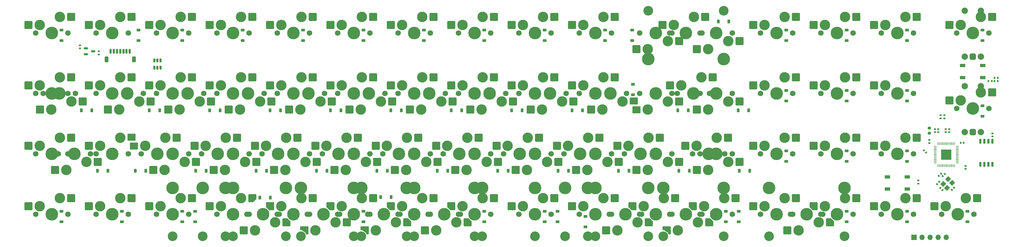
<source format=gbs>
G04 #@! TF.GenerationSoftware,KiCad,Pcbnew,8.0.4-1.fc39*
G04 #@! TF.CreationDate,2024-09-17T18:41:10-04:00*
G04 #@! TF.ProjectId,Q9-Chimera,51392d43-6869-46d6-9572-612e6b696361,rev?*
G04 #@! TF.SameCoordinates,Original*
G04 #@! TF.FileFunction,Soldermask,Bot*
G04 #@! TF.FilePolarity,Negative*
%FSLAX46Y46*%
G04 Gerber Fmt 4.6, Leading zero omitted, Abs format (unit mm)*
G04 Created by KiCad (PCBNEW 8.0.4-1.fc39) date 2024-09-17 18:41:10*
%MOMM*%
%LPD*%
G01*
G04 APERTURE LIST*
G04 Aperture macros list*
%AMRoundRect*
0 Rectangle with rounded corners*
0 $1 Rounding radius*
0 $2 $3 $4 $5 $6 $7 $8 $9 X,Y pos of 4 corners*
0 Add a 4 corners polygon primitive as box body*
4,1,4,$2,$3,$4,$5,$6,$7,$8,$9,$2,$3,0*
0 Add four circle primitives for the rounded corners*
1,1,$1+$1,$2,$3*
1,1,$1+$1,$4,$5*
1,1,$1+$1,$6,$7*
1,1,$1+$1,$8,$9*
0 Add four rect primitives between the rounded corners*
20,1,$1+$1,$2,$3,$4,$5,0*
20,1,$1+$1,$4,$5,$6,$7,0*
20,1,$1+$1,$6,$7,$8,$9,0*
20,1,$1+$1,$8,$9,$2,$3,0*%
%AMRotRect*
0 Rectangle, with rotation*
0 The origin of the aperture is its center*
0 $1 length*
0 $2 width*
0 $3 Rotation angle, in degrees counterclockwise*
0 Add horizontal line*
21,1,$1,$2,0,0,$3*%
%AMOutline5P*
0 Free polygon, 5 corners , with rotation*
0 The origin of the aperture is its center*
0 number of corners: always 5*
0 $1 to $10 corner X, Y*
0 $11 Rotation angle, in degrees counterclockwise*
0 create outline with 5 corners*
4,1,5,$1,$2,$3,$4,$5,$6,$7,$8,$9,$10,$1,$2,$11*%
%AMOutline6P*
0 Free polygon, 6 corners , with rotation*
0 The origin of the aperture is its center*
0 number of corners: always 6*
0 $1 to $12 corner X, Y*
0 $13 Rotation angle, in degrees counterclockwise*
0 create outline with 6 corners*
4,1,6,$1,$2,$3,$4,$5,$6,$7,$8,$9,$10,$11,$12,$1,$2,$13*%
%AMOutline7P*
0 Free polygon, 7 corners , with rotation*
0 The origin of the aperture is its center*
0 number of corners: always 7*
0 $1 to $14 corner X, Y*
0 $15 Rotation angle, in degrees counterclockwise*
0 create outline with 7 corners*
4,1,7,$1,$2,$3,$4,$5,$6,$7,$8,$9,$10,$11,$12,$13,$14,$1,$2,$15*%
%AMOutline8P*
0 Free polygon, 8 corners , with rotation*
0 The origin of the aperture is its center*
0 number of corners: always 8*
0 $1 to $16 corner X, Y*
0 $17 Rotation angle, in degrees counterclockwise*
0 create outline with 8 corners*
4,1,8,$1,$2,$3,$4,$5,$6,$7,$8,$9,$10,$11,$12,$13,$14,$15,$16,$1,$2,$17*%
%AMFreePoly0*
4,1,18,-1.275000,1.000000,-1.255970,1.095671,-1.201777,1.176777,-1.120671,1.230970,-1.025000,1.250000,0.275000,1.250000,1.275000,0.250000,1.275000,-1.000000,1.255970,-1.095671,1.201777,-1.176777,1.120671,-1.230970,1.025000,-1.250000,-1.025000,-1.250000,-1.120671,-1.230970,-1.201777,-1.176777,-1.255970,-1.095671,-1.275000,-1.000000,-1.275000,1.000000,-1.275000,1.000000,$1*%
%AMFreePoly1*
4,1,15,-1.250000,0.000000,-0.500000,0.750000,0.500000,0.750000,1.250000,0.000000,1.250000,-0.600000,1.238582,-0.657403,1.206066,-0.706065,1.157403,-0.738582,1.100000,-0.750000,-1.100000,-0.750000,-1.157403,-0.738582,-1.206066,-0.706066,-1.238582,-0.657403,-1.250000,-0.600000,-1.250000,0.000000,-1.250000,0.000000,$1*%
%AMFreePoly2*
4,1,18,-1.275000,0.250000,-0.275000,1.250000,1.025000,1.250000,1.120671,1.230970,1.201777,1.176777,1.255970,1.095671,1.275000,1.000000,1.275000,-1.000000,1.255970,-1.095671,1.201777,-1.176777,1.120671,-1.230970,1.025000,-1.250000,-1.025000,-1.250000,-1.120671,-1.230970,-1.201777,-1.176777,-1.255970,-1.095671,-1.275000,-1.000000,-1.275000,0.250000,-1.275000,0.250000,$1*%
G04 Aperture macros list end*
%ADD10C,2.000000*%
%ADD11RoundRect,0.500000X0.500000X-0.500000X0.500000X0.500000X-0.500000X0.500000X-0.500000X-0.500000X0*%
%ADD12RoundRect,0.140000X0.170000X-0.140000X0.170000X0.140000X-0.170000X0.140000X-0.170000X-0.140000X0*%
%ADD13C,1.750000*%
%ADD14C,3.987800*%
%ADD15C,3.300000*%
%ADD16RoundRect,0.250000X1.025000X1.000000X-1.025000X1.000000X-1.025000X-1.000000X1.025000X-1.000000X0*%
%ADD17RoundRect,0.225000X0.375000X-0.225000X0.375000X0.225000X-0.375000X0.225000X-0.375000X-0.225000X0*%
%ADD18RoundRect,0.150000X-0.150000X0.475000X-0.150000X-0.475000X0.150000X-0.475000X0.150000X0.475000X0*%
%ADD19RoundRect,0.225000X0.225000X0.375000X-0.225000X0.375000X-0.225000X-0.375000X0.225000X-0.375000X0*%
%ADD20RoundRect,0.225000X-0.375000X0.225000X-0.375000X-0.225000X0.375000X-0.225000X0.375000X0.225000X0*%
%ADD21RoundRect,0.250000X-1.025000X-1.000000X1.025000X-1.000000X1.025000X1.000000X-1.025000X1.000000X0*%
%ADD22RoundRect,0.140000X-0.170000X0.140000X-0.170000X-0.140000X0.170000X-0.140000X0.170000X0.140000X0*%
%ADD23RoundRect,0.135000X-0.135000X-0.185000X0.135000X-0.185000X0.135000X0.185000X-0.135000X0.185000X0*%
%ADD24Outline5P,-1.275000X1.250000X0.275000X1.250000X1.275000X0.250000X1.275000X-1.250000X-1.275000X-1.250000X180.000000*%
%ADD25RoundRect,0.135000X-0.185000X0.135000X-0.185000X-0.135000X0.185000X-0.135000X0.185000X0.135000X0*%
%ADD26RoundRect,0.140000X0.021213X-0.219203X0.219203X-0.021213X-0.021213X0.219203X-0.219203X0.021213X0*%
%ADD27RoundRect,0.140000X-0.140000X-0.170000X0.140000X-0.170000X0.140000X0.170000X-0.140000X0.170000X0*%
%ADD28C,3.048000*%
%ADD29RoundRect,0.225000X-0.225000X-0.375000X0.225000X-0.375000X0.225000X0.375000X-0.225000X0.375000X0*%
%ADD30FreePoly0,0.000000*%
%ADD31RoundRect,0.125000X-1.150000X-0.500000X1.150000X-0.500000X1.150000X0.500000X-1.150000X0.500000X0*%
%ADD32FreePoly1,325.000000*%
%ADD33RoundRect,0.078500X-0.314000X-1.171500X0.314000X-1.171500X0.314000X1.171500X-0.314000X1.171500X0*%
%ADD34R,1.700000X1.000000*%
%ADD35FreePoly2,180.000000*%
%ADD36RoundRect,0.050000X0.387500X0.050000X-0.387500X0.050000X-0.387500X-0.050000X0.387500X-0.050000X0*%
%ADD37RoundRect,0.050000X0.050000X0.387500X-0.050000X0.387500X-0.050000X-0.387500X0.050000X-0.387500X0*%
%ADD38R,3.200000X3.200000*%
%ADD39RoundRect,0.150000X-0.512500X-0.150000X0.512500X-0.150000X0.512500X0.150000X-0.512500X0.150000X0*%
%ADD40RoundRect,0.150000X-0.150000X-0.625000X0.150000X-0.625000X0.150000X0.625000X-0.150000X0.625000X0*%
%ADD41RoundRect,0.250000X-0.350000X-0.650000X0.350000X-0.650000X0.350000X0.650000X-0.350000X0.650000X0*%
%ADD42RoundRect,0.140000X-0.021213X0.219203X-0.219203X0.021213X0.021213X-0.219203X0.219203X-0.021213X0*%
%ADD43RoundRect,0.226000X1.041500X0.904000X-1.041500X0.904000X-1.041500X-0.904000X1.041500X-0.904000X0*%
%ADD44RoundRect,0.228000X-1.047000X-0.912000X1.047000X-0.912000X1.047000X0.912000X-1.047000X0.912000X0*%
%ADD45RoundRect,0.225000X0.250000X-0.225000X0.250000X0.225000X-0.250000X0.225000X-0.250000X-0.225000X0*%
%ADD46RotRect,1.400000X1.200000X45.000000*%
%ADD47RoundRect,0.226000X-1.041500X-0.904000X1.041500X-0.904000X1.041500X0.904000X-1.041500X0.904000X0*%
%ADD48FreePoly0,180.000000*%
%ADD49RoundRect,0.150000X0.150000X-0.650000X0.150000X0.650000X-0.150000X0.650000X-0.150000X-0.650000X0*%
%ADD50RoundRect,0.140000X0.219203X0.021213X0.021213X0.219203X-0.219203X-0.021213X-0.021213X-0.219203X0*%
%ADD51RoundRect,0.228000X1.047000X0.912000X-1.047000X0.912000X-1.047000X-0.912000X1.047000X-0.912000X0*%
%ADD52R,1.700000X1.700000*%
%ADD53O,1.700000X1.700000*%
%ADD54RoundRect,0.135000X0.035355X-0.226274X0.226274X-0.035355X-0.035355X0.226274X-0.226274X0.035355X0*%
G04 APERTURE END LIST*
D10*
G04 #@! TO.C,SW2*
X313412500Y-56712500D03*
X318412500Y-56712500D03*
D11*
X315912500Y-56712500D03*
D10*
X318412500Y-42212500D03*
X313412500Y-42212500D03*
G04 #@! TD*
G04 #@! TO.C,SW1*
X313412500Y-32900000D03*
X318412500Y-32900000D03*
D11*
X315912500Y-32900000D03*
D10*
X318412500Y-18400000D03*
X313412500Y-18400000D03*
G04 #@! TD*
D12*
G04 #@! TO.C,C2*
X34329672Y-30259361D03*
X34329672Y-29299361D03*
G04 #@! TD*
D13*
G04 #@! TO.C,MX9*
X182880000Y-25400000D03*
D14*
X177800000Y-25400000D03*
D13*
X172720000Y-25400000D03*
D15*
X173990000Y-22860000D03*
D16*
X170440000Y-22860000D03*
X183890000Y-20320000D03*
D15*
X180340000Y-20320000D03*
G04 #@! TD*
D17*
G04 #@! TO.C,D6*
X123731928Y-27843750D03*
X123731928Y-24543750D03*
G04 #@! TD*
G04 #@! TO.C,D56*
X161831896Y-84993750D03*
X161831896Y-81693750D03*
G04 #@! TD*
D18*
G04 #@! TO.C,U2*
X57787464Y-34047640D03*
X58737464Y-34047641D03*
X59687464Y-34047640D03*
X59687464Y-36397640D03*
X58737464Y-36397639D03*
X57787464Y-36397640D03*
G04 #@! TD*
D19*
G04 #@! TO.C,D43*
X226479512Y-68857768D03*
X223179512Y-68857768D03*
G04 #@! TD*
D13*
G04 #@! TO.C,MX20*
X87630000Y-44450000D03*
D14*
X82550000Y-44450000D03*
D13*
X77470000Y-44450000D03*
D15*
X78740000Y-41910000D03*
D16*
X75190000Y-41910000D03*
X88640000Y-39370000D03*
D15*
X85090000Y-39370000D03*
G04 #@! TD*
D13*
G04 #@! TO.C,MX90*
X237648568Y-63500000D03*
D14*
X232568568Y-63500000D03*
D13*
X227488568Y-63500000D03*
D15*
X228758568Y-60960000D03*
D16*
X225208568Y-60960000D03*
X238658568Y-58420000D03*
D15*
X235108568Y-58420000D03*
G04 #@! TD*
D17*
G04 #@! TO.C,D1*
X28482008Y-27843750D03*
X28482008Y-24543750D03*
G04 #@! TD*
G04 #@! TO.C,D3*
X66581976Y-27843750D03*
X66581976Y-24543750D03*
G04 #@! TD*
D19*
G04 #@! TO.C,D17*
X38063264Y-49807784D03*
X34763264Y-49807784D03*
G04 #@! TD*
D20*
G04 #@! TO.C,D11*
X208458432Y-24543750D03*
X208458432Y-27843750D03*
G04 #@! TD*
D17*
G04 #@! TO.C,D45*
X257081816Y-65943750D03*
X257081816Y-62643750D03*
G04 #@! TD*
D13*
G04 #@! TO.C,MX49*
X49530000Y-82550000D03*
D14*
X44450000Y-82550000D03*
D13*
X39370000Y-82550000D03*
D15*
X40640000Y-80010000D03*
D16*
X37090000Y-80010000D03*
X50540000Y-77470000D03*
D15*
X46990000Y-77470000D03*
G04 #@! TD*
D13*
G04 #@! TO.C,MX36*
X77470000Y-63500000D03*
D14*
X82550000Y-63500000D03*
D13*
X87630000Y-63500000D03*
D15*
X86360000Y-66040000D03*
D21*
X89910000Y-66040000D03*
X76460000Y-68580000D03*
D15*
X80010000Y-68580000D03*
G04 #@! TD*
D17*
G04 #@! TO.C,D64*
X295181784Y-84993750D03*
X295181784Y-81693750D03*
G04 #@! TD*
G04 #@! TO.C,D65*
X314231768Y-84993750D03*
X314231768Y-81693750D03*
G04 #@! TD*
D22*
G04 #@! TO.C,C1*
X40233420Y-31209360D03*
X40233420Y-32169360D03*
G04 #@! TD*
D13*
G04 #@! TO.C,MX16*
X320992500Y-25400000D03*
D14*
X315912500Y-25400000D03*
D13*
X310832500Y-25400000D03*
D15*
X312102500Y-22860000D03*
D16*
X308552500Y-22860000D03*
X322002500Y-20320000D03*
D15*
X318452500Y-20320000D03*
G04 #@! TD*
D19*
G04 #@! TO.C,D27*
X226181856Y-49807784D03*
X222881856Y-49807784D03*
G04 #@! TD*
D17*
G04 #@! TO.C,D59*
X193724460Y-86581256D03*
X193724460Y-83281256D03*
G04 #@! TD*
D13*
G04 #@! TO.C,MX5*
X106680000Y-25400000D03*
D14*
X101600000Y-25400000D03*
D13*
X96520000Y-25400000D03*
D15*
X97790000Y-22860000D03*
D16*
X94240000Y-22860000D03*
X107690000Y-20320000D03*
D15*
X104140000Y-20320000D03*
G04 #@! TD*
D23*
G04 #@! TO.C,R4*
X322800276Y-40574184D03*
X323820276Y-40574184D03*
G04 #@! TD*
D13*
G04 #@! TO.C,MX37*
X96520000Y-63500000D03*
D14*
X101600000Y-63500000D03*
D13*
X106680000Y-63500000D03*
D15*
X105410000Y-66040000D03*
D21*
X108960000Y-66040000D03*
X95510000Y-68580000D03*
D15*
X99060000Y-68580000D03*
G04 #@! TD*
D19*
G04 #@! TO.C,D44*
X245529496Y-68857768D03*
X242229496Y-68857768D03*
G04 #@! TD*
D17*
G04 #@! TO.C,D51*
X70643750Y-84993750D03*
X70643750Y-81693750D03*
G04 #@! TD*
D19*
G04 #@! TO.C,D22*
X135694432Y-49807784D03*
X132394432Y-49807784D03*
G04 #@! TD*
D13*
G04 #@! TO.C,MX82*
X82867448Y-63500000D03*
D14*
X77787448Y-63500000D03*
D13*
X72707448Y-63500000D03*
D15*
X73977448Y-60960000D03*
D16*
X70427448Y-60960000D03*
X83877448Y-58420000D03*
D15*
X80327448Y-58420000D03*
G04 #@! TD*
D13*
G04 #@! TO.C,MX44*
X229870000Y-63500000D03*
D14*
X234950000Y-63500000D03*
D13*
X240030000Y-63500000D03*
D15*
X238760000Y-66040000D03*
D21*
X242310000Y-66040000D03*
X228860000Y-68580000D03*
D15*
X232410000Y-68580000D03*
G04 #@! TD*
D13*
G04 #@! TO.C,MX30*
X278130000Y-44450000D03*
D14*
X273050000Y-44450000D03*
D13*
X267970000Y-44450000D03*
D15*
X269240000Y-41910000D03*
D16*
X265690000Y-41910000D03*
X279140000Y-39370000D03*
D15*
X275590000Y-39370000D03*
G04 #@! TD*
D13*
G04 #@! TO.C,MX52*
X106680000Y-82550000D03*
D14*
X101600000Y-82550000D03*
D13*
X96520000Y-82550000D03*
D15*
X97790000Y-80010000D03*
D24*
X94240000Y-80010000D03*
D16*
X107690000Y-77470000D03*
D15*
X104140000Y-77470000D03*
G04 #@! TD*
D25*
G04 #@! TO.C,R8*
X305748572Y-51375112D03*
X305748572Y-52395112D03*
G04 #@! TD*
D17*
G04 #@! TO.C,D13*
X257081816Y-27843750D03*
X257081816Y-24543750D03*
G04 #@! TD*
D13*
G04 #@! TO.C,MX50*
X68580000Y-82550000D03*
D14*
X63500000Y-82550000D03*
D13*
X58420000Y-82550000D03*
D15*
X59690000Y-80010000D03*
D16*
X56140000Y-80010000D03*
X69590000Y-77470000D03*
D15*
X66040000Y-77470000D03*
G04 #@! TD*
D17*
G04 #@! TO.C,D15*
X295181784Y-27843750D03*
X295181784Y-24543750D03*
G04 #@! TD*
D26*
G04 #@! TO.C,C10*
X309278689Y-74846379D03*
X309957511Y-74167557D03*
G04 #@! TD*
D17*
G04 #@! TO.C,D31*
X295181784Y-46893750D03*
X295181784Y-43593750D03*
G04 #@! TD*
D13*
G04 #@! TO.C,MX83*
X101917432Y-63500000D03*
D14*
X96837432Y-63500000D03*
D13*
X91757432Y-63500000D03*
D15*
X93027432Y-60960000D03*
D16*
X89477432Y-60960000D03*
X102927432Y-58420000D03*
D15*
X99377432Y-58420000D03*
G04 #@! TD*
D13*
G04 #@! TO.C,MX74*
X120332408Y-44450000D03*
D14*
X125412408Y-44450000D03*
D13*
X130492408Y-44450000D03*
D15*
X129222408Y-46990000D03*
D21*
X132772408Y-46990000D03*
X119322408Y-49530000D03*
D15*
X122872408Y-49530000D03*
G04 #@! TD*
D19*
G04 #@! TO.C,D41*
X188379544Y-68857768D03*
X185079544Y-68857768D03*
G04 #@! TD*
D13*
G04 #@! TO.C,MX47*
X297180000Y-63500000D03*
D14*
X292100000Y-63500000D03*
D13*
X287020000Y-63500000D03*
D15*
X288290000Y-60960000D03*
D16*
X284740000Y-60960000D03*
X298190000Y-58420000D03*
D15*
X294640000Y-58420000D03*
G04 #@! TD*
D25*
G04 #@! TO.C,R7*
X306939196Y-51375112D03*
X306939196Y-52395112D03*
G04 #@! TD*
D17*
G04 #@! TO.C,D62*
X242093560Y-84993750D03*
X242093560Y-81693750D03*
G04 #@! TD*
D27*
G04 #@! TO.C,C7*
X312114660Y-60070652D03*
X313074660Y-60070652D03*
G04 #@! TD*
D13*
G04 #@! TO.C,MX73*
X101282424Y-44450000D03*
D14*
X106362424Y-44450000D03*
D13*
X111442424Y-44450000D03*
D15*
X110172424Y-46990000D03*
D21*
X113722424Y-46990000D03*
X100272424Y-49530000D03*
D15*
X103822424Y-49530000D03*
G04 #@! TD*
D17*
G04 #@! TO.C,D29*
X257081816Y-46893750D03*
X257081816Y-43593750D03*
G04 #@! TD*
D13*
G04 #@! TO.C,MX1*
X30480000Y-25400000D03*
D14*
X25400000Y-25400000D03*
D13*
X20320000Y-25400000D03*
D15*
X21590000Y-22860000D03*
D16*
X18040000Y-22860000D03*
X31490000Y-20320000D03*
D15*
X27940000Y-20320000D03*
G04 #@! TD*
D19*
G04 #@! TO.C,D19*
X78544480Y-49807784D03*
X75244480Y-49807784D03*
G04 #@! TD*
D13*
G04 #@! TO.C,MX65*
X316230000Y-82550000D03*
D14*
X311150000Y-82550000D03*
D13*
X306070000Y-82550000D03*
D15*
X307340000Y-80010000D03*
D16*
X303790000Y-80010000D03*
X317240000Y-77470000D03*
D15*
X313690000Y-77470000D03*
G04 #@! TD*
D17*
G04 #@! TO.C,D30*
X276131800Y-46893750D03*
X276131800Y-43593750D03*
G04 #@! TD*
D22*
G04 #@! TO.C,C8*
X313636456Y-67329708D03*
X313636456Y-68289708D03*
G04 #@! TD*
D14*
G04 #@! TO.C,S2*
X137318750Y-74295000D03*
D28*
X137318750Y-89535000D03*
D14*
X161131250Y-74295000D03*
D28*
X161131250Y-89535000D03*
G04 #@! TD*
D19*
G04 #@! TO.C,D12*
X238981064Y-21828120D03*
X235681064Y-21828120D03*
G04 #@! TD*
D13*
G04 #@! TO.C,MX84*
X120967416Y-63500000D03*
D14*
X115887416Y-63500000D03*
D13*
X110807416Y-63500000D03*
D15*
X112077416Y-60960000D03*
D16*
X108527416Y-60960000D03*
X121977416Y-58420000D03*
D15*
X118427416Y-58420000D03*
G04 #@! TD*
D12*
G04 #@! TO.C,C3*
X305004432Y-56681124D03*
X305004432Y-55721124D03*
G04 #@! TD*
D17*
G04 #@! TO.C,D7*
X142781912Y-27843750D03*
X142781912Y-24543750D03*
G04 #@! TD*
D13*
G04 #@! TO.C,MX28*
X229870000Y-44450000D03*
D14*
X234950000Y-44450000D03*
D13*
X240030000Y-44450000D03*
D15*
X238760000Y-46990000D03*
D21*
X242310000Y-46990000D03*
X228860000Y-49530000D03*
D15*
X232410000Y-49530000D03*
G04 #@! TD*
D29*
G04 #@! TO.C,D55*
X129120409Y-77192175D03*
X132420409Y-77192175D03*
G04 #@! TD*
D13*
G04 #@! TO.C,MX67*
X258444792Y-82550000D03*
D14*
X263524792Y-82550000D03*
D13*
X268604792Y-82550000D03*
D15*
X267334792Y-85090000D03*
D30*
X270884792Y-85090000D03*
D21*
X257434792Y-87630000D03*
D15*
X260984792Y-87630000D03*
G04 #@! TD*
D13*
G04 #@! TO.C,MX71*
X63182456Y-44450000D03*
D14*
X68262456Y-44450000D03*
D13*
X73342456Y-44450000D03*
D15*
X72072456Y-46990000D03*
D21*
X75622456Y-46990000D03*
X62172456Y-49530000D03*
D15*
X65722456Y-49530000D03*
G04 #@! TD*
D14*
G04 #@! TO.C,S9*
X194468750Y-74295000D03*
D28*
X194468750Y-89535000D03*
D14*
X218281250Y-74295000D03*
D28*
X218281250Y-89535000D03*
G04 #@! TD*
D19*
G04 #@! TO.C,D38*
X131229592Y-68857768D03*
X127929592Y-68857768D03*
G04 #@! TD*
G04 #@! TO.C,D23*
X154744416Y-49807784D03*
X151444416Y-49807784D03*
G04 #@! TD*
G04 #@! TO.C,D18*
X59494496Y-49807784D03*
X56194496Y-49807784D03*
G04 #@! TD*
D13*
G04 #@! TO.C,MX95*
X125094905Y-82549992D03*
D14*
X130174904Y-82549992D03*
D13*
X135254903Y-82549992D03*
D15*
X133984904Y-85089992D03*
D30*
X137534904Y-85089992D03*
D31*
X124084904Y-87004992D03*
D32*
X124324904Y-87449992D03*
D33*
X124967404Y-87629992D03*
D15*
X127634904Y-87629992D03*
G04 #@! TD*
D23*
G04 #@! TO.C,R6*
X322800276Y-39532388D03*
X323820276Y-39532388D03*
G04 #@! TD*
D13*
G04 #@! TO.C,MX80*
X27463737Y-63500000D03*
D14*
X32543736Y-63500000D03*
D13*
X37623735Y-63500000D03*
D21*
X26453736Y-68580000D03*
D15*
X30003736Y-68580000D03*
X36353736Y-66040000D03*
D21*
X39903736Y-66040000D03*
G04 #@! TD*
D13*
G04 #@! TO.C,MX19*
X68580000Y-44450000D03*
D14*
X63500000Y-44450000D03*
D13*
X58420000Y-44450000D03*
D15*
X59690000Y-41910000D03*
D16*
X56140000Y-41910000D03*
X69590000Y-39370000D03*
D15*
X66040000Y-39370000D03*
G04 #@! TD*
D34*
G04 #@! TO.C,RST1*
X295250000Y-70821032D03*
X288950000Y-70821032D03*
X295250000Y-74621032D03*
X288950000Y-74621032D03*
G04 #@! TD*
D13*
G04 #@! TO.C,MX51*
X87630000Y-82550000D03*
D14*
X82550000Y-82550000D03*
D13*
X77470000Y-82550000D03*
D15*
X78740000Y-80010000D03*
D16*
X75190000Y-80010000D03*
D35*
X88640000Y-77470000D03*
D15*
X85090000Y-77470000D03*
G04 #@! TD*
D14*
G04 #@! TO.C,S5*
X82550000Y-74295000D03*
D28*
X82550000Y-89535000D03*
D14*
X120650000Y-74295000D03*
D28*
X120650000Y-89535000D03*
G04 #@! TD*
D36*
G04 #@! TO.C,U3*
X310972008Y-61191352D03*
X310972008Y-61591352D03*
X310972008Y-61991352D03*
X310972008Y-62391352D03*
X310972008Y-62791352D03*
X310972008Y-63191352D03*
X310972008Y-63591352D03*
X310972008Y-63991352D03*
X310972008Y-64391352D03*
X310972008Y-64791352D03*
X310972008Y-65191352D03*
X310972008Y-65591352D03*
X310972008Y-65991352D03*
X310972008Y-66391352D03*
D37*
X310134508Y-67228852D03*
X309734508Y-67228852D03*
X309334508Y-67228852D03*
X308934508Y-67228852D03*
X308534508Y-67228852D03*
X308134508Y-67228852D03*
X307734508Y-67228852D03*
X307334508Y-67228852D03*
X306934508Y-67228852D03*
X306534508Y-67228852D03*
X306134508Y-67228852D03*
X305734508Y-67228852D03*
X305334508Y-67228852D03*
X304934508Y-67228852D03*
D36*
X304097008Y-66391352D03*
X304097008Y-65991352D03*
X304097008Y-65591352D03*
X304097008Y-65191352D03*
X304097008Y-64791352D03*
X304097008Y-64391352D03*
X304097008Y-63991352D03*
X304097008Y-63591352D03*
X304097008Y-63191352D03*
X304097008Y-62791352D03*
X304097008Y-62391352D03*
X304097008Y-61991352D03*
X304097008Y-61591352D03*
X304097008Y-61191352D03*
D37*
X304934508Y-60353852D03*
X305334508Y-60353852D03*
X305734508Y-60353852D03*
X306134508Y-60353852D03*
X306534508Y-60353852D03*
X306934508Y-60353852D03*
X307334508Y-60353852D03*
X307734508Y-60353852D03*
X308134508Y-60353852D03*
X308534508Y-60353852D03*
X308934508Y-60353852D03*
X309334508Y-60353852D03*
X309734508Y-60353852D03*
X310134508Y-60353852D03*
D38*
X307534508Y-63791352D03*
G04 #@! TD*
D19*
G04 #@! TO.C,D21*
X116644448Y-49807784D03*
X113344448Y-49807784D03*
G04 #@! TD*
D17*
G04 #@! TO.C,D49*
X47531992Y-84993750D03*
X47531992Y-81693750D03*
G04 #@! TD*
D14*
G04 #@! TO.C,S3*
X213518750Y-74295000D03*
D28*
X213518750Y-89535000D03*
D14*
X237331250Y-74295000D03*
D28*
X237331250Y-89535000D03*
G04 #@! TD*
D39*
G04 #@! TO.C,U1*
X36168732Y-32159359D03*
X36168732Y-30259361D03*
X38443732Y-31209360D03*
G04 #@! TD*
D13*
G04 #@! TO.C,MX69*
X22701241Y-44450000D03*
D14*
X27781240Y-44450000D03*
D13*
X32861239Y-44450000D03*
D21*
X21691240Y-49530000D03*
D15*
X25241240Y-49530000D03*
X31591240Y-46990000D03*
D21*
X35141240Y-46990000D03*
G04 #@! TD*
D13*
G04 #@! TO.C,MX92*
X201295000Y-82550000D03*
D14*
X206375000Y-82550000D03*
D13*
X211455000Y-82550000D03*
D15*
X210185000Y-85090000D03*
D30*
X213735000Y-85090000D03*
D21*
X200285000Y-87630000D03*
D15*
X203835000Y-87630000D03*
G04 #@! TD*
D13*
G04 #@! TO.C,MX35*
X58420000Y-63500000D03*
D14*
X63500000Y-63500000D03*
D13*
X68580000Y-63500000D03*
D15*
X67310000Y-66040000D03*
D21*
X70860000Y-66040000D03*
X57410000Y-68580000D03*
D15*
X60960000Y-68580000D03*
G04 #@! TD*
D28*
G04 #@! TO.C,S13*
X63499903Y-89534992D03*
D14*
X63499904Y-74294992D03*
X73024904Y-74294992D03*
D28*
X73024904Y-89534991D03*
D14*
X187324904Y-74294992D03*
D28*
X187324904Y-89534991D03*
D14*
X196849904Y-74294992D03*
D28*
X196849905Y-89534992D03*
G04 #@! TD*
D29*
G04 #@! TO.C,D52*
X91020248Y-77341028D03*
X94320248Y-77341028D03*
G04 #@! TD*
D13*
G04 #@! TO.C,MX31*
X297180000Y-44450000D03*
D14*
X292100000Y-44450000D03*
D13*
X287020000Y-44450000D03*
D15*
X288290000Y-41910000D03*
D16*
X284740000Y-41910000D03*
X298190000Y-39370000D03*
D15*
X294640000Y-39370000D03*
G04 #@! TD*
D17*
G04 #@! TO.C,D4*
X85631960Y-27843750D03*
X85631960Y-24543750D03*
G04 #@! TD*
D13*
G04 #@! TO.C,MX10*
X201930000Y-25400000D03*
D14*
X196850000Y-25400000D03*
D13*
X191770000Y-25400000D03*
D15*
X193040000Y-22860000D03*
D16*
X189490000Y-22860000D03*
X202940000Y-20320000D03*
D15*
X199390000Y-20320000D03*
G04 #@! TD*
D17*
G04 #@! TO.C,D50*
X66581976Y-84993750D03*
X66581976Y-81693750D03*
G04 #@! TD*
D13*
G04 #@! TO.C,MX12*
X229870000Y-25400000D03*
D14*
X234950000Y-25400000D03*
D13*
X240030000Y-25400000D03*
D15*
X238760000Y-27940000D03*
D21*
X242310000Y-27940000D03*
X228860000Y-30480000D03*
D15*
X232410000Y-30480000D03*
G04 #@! TD*
D13*
G04 #@! TO.C,MX77*
X177482360Y-44450000D03*
D14*
X182562360Y-44450000D03*
D13*
X187642360Y-44450000D03*
D15*
X186372360Y-46990000D03*
D21*
X189922360Y-46990000D03*
X176472360Y-49530000D03*
D15*
X180022360Y-49530000D03*
G04 #@! TD*
D13*
G04 #@! TO.C,MX23*
X144780000Y-44450000D03*
D14*
X139700000Y-44450000D03*
D13*
X134620000Y-44450000D03*
D15*
X135890000Y-41910000D03*
D16*
X132340000Y-41910000D03*
X145790000Y-39370000D03*
D15*
X142240000Y-39370000D03*
G04 #@! TD*
D13*
G04 #@! TO.C,MX17*
X30480000Y-44450000D03*
D14*
X25400000Y-44450000D03*
D13*
X20320000Y-44450000D03*
D15*
X21590000Y-41910000D03*
D16*
X18040000Y-41910000D03*
X31490000Y-39370000D03*
D15*
X27940000Y-39370000D03*
G04 #@! TD*
D14*
G04 #@! TO.C,S8*
X80168750Y-74295000D03*
D28*
X80168750Y-89535000D03*
D14*
X103981250Y-74295000D03*
D28*
X103981250Y-89535000D03*
G04 #@! TD*
D40*
G04 #@! TO.C,J1*
X43996064Y-31209360D03*
X44996064Y-31209360D03*
X45996064Y-31209360D03*
X46996064Y-31209360D03*
X47996064Y-31209360D03*
X48996064Y-31209360D03*
X49996064Y-31209360D03*
D41*
X42696064Y-33734360D03*
X51296064Y-33734360D03*
G04 #@! TD*
D13*
G04 #@! TO.C,MX24*
X163830000Y-44450000D03*
D14*
X158750000Y-44450000D03*
D13*
X153670000Y-44450000D03*
D15*
X154940000Y-41910000D03*
D16*
X151390000Y-41910000D03*
X164840000Y-39370000D03*
D15*
X161290000Y-39370000D03*
G04 #@! TD*
D17*
G04 #@! TO.C,D61*
X238031832Y-84993750D03*
X238031832Y-81693750D03*
G04 #@! TD*
D19*
G04 #@! TO.C,D35*
X74079640Y-68857768D03*
X70779640Y-68857768D03*
G04 #@! TD*
D13*
G04 #@! TO.C,MX75*
X139382392Y-44450000D03*
D14*
X144462392Y-44450000D03*
D13*
X149542392Y-44450000D03*
D15*
X148272392Y-46990000D03*
D21*
X151822392Y-46990000D03*
X138372392Y-49530000D03*
D15*
X141922392Y-49530000D03*
G04 #@! TD*
D42*
G04 #@! TO.C,C13*
X307072937Y-69896056D03*
X306394115Y-70574878D03*
G04 #@! TD*
D13*
G04 #@! TO.C,MX81*
X63817464Y-63500000D03*
D14*
X58737464Y-63500000D03*
D13*
X53657464Y-63500000D03*
D15*
X54927464Y-60960000D03*
D43*
X51369964Y-61080000D03*
D16*
X64827464Y-58420000D03*
D15*
X61277464Y-58420000D03*
G04 #@! TD*
D13*
G04 #@! TO.C,MX85*
X140017400Y-63500000D03*
D14*
X134937400Y-63500000D03*
D13*
X129857400Y-63500000D03*
D15*
X131127400Y-60960000D03*
D16*
X127577400Y-60960000D03*
X141027400Y-58420000D03*
D15*
X137477400Y-58420000D03*
G04 #@! TD*
D17*
G04 #@! TO.C,D32*
X318994264Y-51656250D03*
X318994264Y-48356250D03*
G04 #@! TD*
D13*
G04 #@! TO.C,MX27*
X210820000Y-44450000D03*
D14*
X215900000Y-44450000D03*
D13*
X220980000Y-44450000D03*
D15*
X219710000Y-46990000D03*
D21*
X223260000Y-46990000D03*
D44*
X209810000Y-49640000D03*
D15*
X213360000Y-49530000D03*
G04 #@! TD*
D13*
G04 #@! TO.C,MX26*
X201930000Y-44450000D03*
D14*
X196850000Y-44450000D03*
D13*
X191770000Y-44450000D03*
D15*
X193040000Y-41910000D03*
D16*
X189490000Y-41910000D03*
X202940000Y-39370000D03*
D15*
X199390000Y-39370000D03*
G04 #@! TD*
D17*
G04 #@! TO.C,D48*
X28482008Y-84993750D03*
X28482008Y-81693750D03*
G04 #@! TD*
D20*
G04 #@! TO.C,D26*
X208756088Y-41609352D03*
X208756088Y-44909352D03*
G04 #@! TD*
D14*
G04 #@! TO.C,S7*
X237331074Y-33654992D03*
D28*
X237331074Y-18414992D03*
D14*
X213518574Y-33654992D03*
D28*
X213518574Y-18414992D03*
G04 #@! TD*
D13*
G04 #@! TO.C,MX13*
X259080000Y-25400000D03*
D14*
X254000000Y-25400000D03*
D13*
X248920000Y-25400000D03*
D15*
X250190000Y-22860000D03*
D16*
X246640000Y-22860000D03*
X260090000Y-20320000D03*
D15*
X256540000Y-20320000D03*
G04 #@! TD*
D13*
G04 #@! TO.C,MX53*
X106045000Y-82550000D03*
D14*
X111125000Y-82550000D03*
D13*
X116205000Y-82550000D03*
D15*
X114935000Y-85090000D03*
D21*
X118485000Y-85090000D03*
D31*
X105035000Y-87005000D03*
D32*
X105275000Y-87450000D03*
D33*
X105917500Y-87630000D03*
D15*
X108585000Y-87630000D03*
G04 #@! TD*
D14*
G04 #@! TO.C,S4*
X251618542Y-74295000D03*
D28*
X251618542Y-89535000D03*
D14*
X275431042Y-74295000D03*
D28*
X275431042Y-89535000D03*
G04 #@! TD*
D45*
G04 #@! TO.C,C5*
X302220072Y-56976124D03*
X302220072Y-55426124D03*
G04 #@! TD*
D19*
G04 #@! TO.C,D39*
X150279576Y-68857768D03*
X146979576Y-68857768D03*
G04 #@! TD*
D46*
G04 #@! TO.C,Y1*
X306602134Y-73046637D03*
X308157769Y-71491002D03*
X309359850Y-72693083D03*
X307804215Y-74248718D03*
G04 #@! TD*
D12*
G04 #@! TO.C,C16*
X308427476Y-56681124D03*
X308427476Y-55721124D03*
G04 #@! TD*
D14*
G04 #@! TO.C,S6*
X120650000Y-74295000D03*
D28*
X120650000Y-89535000D03*
D14*
X158750000Y-74295000D03*
D28*
X158750000Y-89535000D03*
G04 #@! TD*
D13*
G04 #@! TO.C,MX62*
X259080000Y-82550000D03*
D14*
X254000000Y-82550000D03*
D13*
X248920000Y-82550000D03*
D15*
X250190000Y-80010000D03*
D16*
X246640000Y-80010000D03*
X260090000Y-77470000D03*
D15*
X256540000Y-77470000D03*
G04 #@! TD*
D13*
G04 #@! TO.C,MX78*
X196532344Y-44450000D03*
D14*
X201612344Y-44450000D03*
D13*
X206692344Y-44450000D03*
D15*
X205422344Y-46990000D03*
D47*
X208979844Y-46870000D03*
D21*
X195522344Y-49530000D03*
D15*
X199072344Y-49530000D03*
G04 #@! TD*
D13*
G04 #@! TO.C,MX4*
X87630000Y-25400000D03*
D14*
X82550000Y-25400000D03*
D13*
X77470000Y-25400000D03*
D15*
X78740000Y-22860000D03*
D16*
X75190000Y-22860000D03*
X88640000Y-20320000D03*
D15*
X85090000Y-20320000D03*
G04 #@! TD*
D13*
G04 #@! TO.C,MX61*
X240030000Y-82550000D03*
D14*
X234950000Y-82550000D03*
D13*
X229870000Y-82550000D03*
D15*
X231140000Y-80010000D03*
D48*
X227590000Y-80010000D03*
D16*
X241040000Y-77470000D03*
D15*
X237490000Y-77470000D03*
G04 #@! TD*
D17*
G04 #@! TO.C,D9*
X180881880Y-27843750D03*
X180881880Y-24543750D03*
G04 #@! TD*
D13*
G04 #@! TO.C,MX41*
X172720000Y-63500000D03*
D14*
X177800000Y-63500000D03*
D13*
X182880000Y-63500000D03*
D15*
X181610000Y-66040000D03*
D21*
X185160000Y-66040000D03*
X171710000Y-68580000D03*
D15*
X175260000Y-68580000D03*
G04 #@! TD*
D13*
G04 #@! TO.C,MX15*
X297180000Y-25400000D03*
D14*
X292100000Y-25400000D03*
D13*
X287020000Y-25400000D03*
D15*
X288290000Y-22860000D03*
D16*
X284740000Y-22860000D03*
X298190000Y-20320000D03*
D15*
X294640000Y-20320000D03*
G04 #@! TD*
D12*
G04 #@! TO.C,C11*
X322119652Y-58020576D03*
X322119652Y-57060576D03*
G04 #@! TD*
D13*
G04 #@! TO.C,MX57*
X182880000Y-82550000D03*
D14*
X177800000Y-82550000D03*
D13*
X172720000Y-82550000D03*
D15*
X173990000Y-80010000D03*
D16*
X170440000Y-80010000D03*
X183890000Y-77470000D03*
D15*
X180340000Y-77470000D03*
G04 #@! TD*
D17*
G04 #@! TO.C,D58*
X184943750Y-84993750D03*
X184943750Y-81693750D03*
G04 #@! TD*
D13*
G04 #@! TO.C,MX39*
X134620000Y-63500000D03*
D14*
X139700000Y-63500000D03*
D13*
X144780000Y-63500000D03*
D15*
X143510000Y-66040000D03*
D21*
X147060000Y-66040000D03*
X133610000Y-68580000D03*
D15*
X137160000Y-68580000D03*
G04 #@! TD*
D13*
G04 #@! TO.C,MX68*
X230504824Y-25399992D03*
D14*
X225424824Y-25399992D03*
D13*
X220344824Y-25399992D03*
D15*
X221614824Y-22859992D03*
D16*
X218064824Y-22859992D03*
X231514824Y-20319992D03*
D15*
X227964824Y-20319992D03*
G04 #@! TD*
D13*
G04 #@! TO.C,MX66*
X144145000Y-82550000D03*
D14*
X149225000Y-82550000D03*
D13*
X154305000Y-82550000D03*
D15*
X153035000Y-85090000D03*
D30*
X156585000Y-85090000D03*
D21*
X143135000Y-87630000D03*
D15*
X146685000Y-87630000D03*
G04 #@! TD*
D19*
G04 #@! TO.C,D37*
X112179608Y-68857768D03*
X108879608Y-68857768D03*
G04 #@! TD*
G04 #@! TO.C,D40*
X169329560Y-68857768D03*
X166029560Y-68857768D03*
G04 #@! TD*
D13*
G04 #@! TO.C,MX14*
X278130000Y-25400000D03*
D14*
X273050000Y-25400000D03*
D13*
X267970000Y-25400000D03*
D15*
X269240000Y-22860000D03*
D16*
X265690000Y-22860000D03*
X279140000Y-20320000D03*
D15*
X275590000Y-20320000D03*
G04 #@! TD*
D23*
G04 #@! TO.C,R3*
X320865512Y-40574184D03*
X321885512Y-40574184D03*
G04 #@! TD*
D13*
G04 #@! TO.C,MX88*
X197167352Y-63500000D03*
D14*
X192087352Y-63500000D03*
D13*
X187007352Y-63500000D03*
D15*
X188277352Y-60960000D03*
D16*
X184727352Y-60960000D03*
X198177352Y-58420000D03*
D15*
X194627352Y-58420000D03*
G04 #@! TD*
D13*
G04 #@! TO.C,MX40*
X153670000Y-63500000D03*
D14*
X158750000Y-63500000D03*
D13*
X163830000Y-63500000D03*
D15*
X162560000Y-66040000D03*
D21*
X166110000Y-66040000D03*
X152660000Y-68580000D03*
D15*
X156210000Y-68580000D03*
G04 #@! TD*
D13*
G04 #@! TO.C,MX11*
X210820000Y-25400000D03*
D14*
X215900000Y-25400000D03*
D13*
X220980000Y-25400000D03*
D15*
X219710000Y-27940000D03*
D21*
X223260000Y-27940000D03*
X209810000Y-30480000D03*
D15*
X213360000Y-30480000D03*
G04 #@! TD*
D13*
G04 #@! TO.C,MX89*
X216217336Y-63500000D03*
D14*
X211137336Y-63500000D03*
D13*
X206057336Y-63500000D03*
D15*
X207327336Y-60960000D03*
D16*
X203777336Y-60960000D03*
X217227336Y-58420000D03*
D15*
X213677336Y-58420000D03*
G04 #@! TD*
D49*
G04 #@! TO.C,U4*
X322089888Y-66796040D03*
X320819888Y-66796040D03*
X319549888Y-66796040D03*
X318279888Y-66796040D03*
X318279888Y-59596040D03*
X319549888Y-59596040D03*
X320819888Y-59596040D03*
X322089888Y-59596040D03*
G04 #@! TD*
D13*
G04 #@! TO.C,MX48*
X30480000Y-82550000D03*
D14*
X25400000Y-82550000D03*
D13*
X20320000Y-82550000D03*
D15*
X21590000Y-80010000D03*
D16*
X18040000Y-80010000D03*
X31490000Y-77470000D03*
D15*
X27940000Y-77470000D03*
G04 #@! TD*
D13*
G04 #@! TO.C,MX54*
X125730000Y-82550000D03*
D14*
X120650000Y-82550000D03*
D13*
X115570000Y-82550000D03*
D15*
X116840000Y-80010000D03*
D48*
X113290000Y-80010000D03*
D16*
X126740000Y-77470000D03*
D15*
X123190000Y-77470000D03*
G04 #@! TD*
D19*
G04 #@! TO.C,D42*
X207429528Y-68857768D03*
X204129528Y-68857768D03*
G04 #@! TD*
D17*
G04 #@! TO.C,D14*
X276131800Y-27843750D03*
X276131800Y-24543750D03*
G04 #@! TD*
D13*
G04 #@! TO.C,MX70*
X44132472Y-44450000D03*
D14*
X49212472Y-44450000D03*
D13*
X54292472Y-44450000D03*
D15*
X53022472Y-46990000D03*
D21*
X56572472Y-46990000D03*
X43122472Y-49530000D03*
D15*
X46672472Y-49530000D03*
G04 #@! TD*
D13*
G04 #@! TO.C,MX21*
X106680000Y-44450000D03*
D14*
X101600000Y-44450000D03*
D13*
X96520000Y-44450000D03*
D15*
X97790000Y-41910000D03*
D16*
X94240000Y-41910000D03*
X107690000Y-39370000D03*
D15*
X104140000Y-39370000D03*
G04 #@! TD*
D13*
G04 #@! TO.C,MX59*
X220980000Y-82550000D03*
D14*
X215900000Y-82550000D03*
D13*
X210820000Y-82550000D03*
D15*
X212090000Y-80010000D03*
D48*
X208540000Y-80010000D03*
D16*
X221990000Y-77470000D03*
D15*
X218440000Y-77470000D03*
G04 #@! TD*
D13*
G04 #@! TO.C,MX25*
X182880000Y-44450000D03*
D14*
X177800000Y-44450000D03*
D13*
X172720000Y-44450000D03*
D15*
X173990000Y-41910000D03*
D16*
X170440000Y-41910000D03*
X183890000Y-39370000D03*
D15*
X180340000Y-39370000D03*
G04 #@! TD*
D19*
G04 #@! TO.C,D28*
X245231840Y-49807784D03*
X241931840Y-49807784D03*
G04 #@! TD*
D17*
G04 #@! TO.C,D10*
X199931864Y-27843750D03*
X199931864Y-24543750D03*
G04 #@! TD*
D13*
G04 #@! TO.C,MX32*
X320992500Y-49212500D03*
D14*
X315912500Y-49212500D03*
D13*
X310832500Y-49212500D03*
D15*
X312102500Y-46672500D03*
D16*
X308552500Y-46672500D03*
X322002500Y-44132500D03*
D15*
X318452500Y-44132500D03*
G04 #@! TD*
D13*
G04 #@! TO.C,MX43*
X210820000Y-63500000D03*
D14*
X215900000Y-63500000D03*
D13*
X220980000Y-63500000D03*
D15*
X219710000Y-66040000D03*
D21*
X223260000Y-66040000D03*
X209810000Y-68580000D03*
D15*
X213360000Y-68580000D03*
G04 #@! TD*
D50*
G04 #@! TO.C,C12*
X306385639Y-74995207D03*
X305706817Y-74316385D03*
G04 #@! TD*
D13*
G04 #@! TO.C,MX86*
X159067384Y-63500000D03*
D14*
X153987384Y-63500000D03*
D13*
X148907384Y-63500000D03*
D15*
X150177384Y-60960000D03*
D16*
X146627384Y-60960000D03*
X160077384Y-58420000D03*
D15*
X156527384Y-58420000D03*
G04 #@! TD*
D13*
G04 #@! TO.C,MX22*
X125730000Y-44450000D03*
D14*
X120650000Y-44450000D03*
D13*
X115570000Y-44450000D03*
D15*
X116840000Y-41910000D03*
D16*
X113290000Y-41910000D03*
X126740000Y-39370000D03*
D15*
X123190000Y-39370000D03*
G04 #@! TD*
D17*
G04 #@! TO.C,D54*
X123731928Y-84993750D03*
X123731928Y-81693750D03*
G04 #@! TD*
G04 #@! TO.C,D16*
X318994264Y-27843750D03*
X318994264Y-24543750D03*
G04 #@! TD*
D13*
G04 #@! TO.C,MX46*
X278130000Y-63500000D03*
D14*
X273050000Y-63500000D03*
D13*
X267970000Y-63500000D03*
D15*
X269240000Y-60960000D03*
D16*
X265690000Y-60960000D03*
X279140000Y-58420000D03*
D15*
X275590000Y-58420000D03*
G04 #@! TD*
D19*
G04 #@! TO.C,D36*
X93129624Y-68857768D03*
X89829624Y-68857768D03*
G04 #@! TD*
D13*
G04 #@! TO.C,MX56*
X163830000Y-82550000D03*
D14*
X158750000Y-82550000D03*
D13*
X153670000Y-82550000D03*
D15*
X154940000Y-80010000D03*
D48*
X151390000Y-80010000D03*
D16*
X164840000Y-77470000D03*
D15*
X161290000Y-77470000D03*
G04 #@! TD*
D13*
G04 #@! TO.C,MX72*
X82232440Y-44450000D03*
D14*
X87312440Y-44450000D03*
D13*
X92392440Y-44450000D03*
D15*
X91122440Y-46990000D03*
D21*
X94672440Y-46990000D03*
X81222440Y-49530000D03*
D15*
X84772440Y-49530000D03*
G04 #@! TD*
D13*
G04 #@! TO.C,MX91*
X86995000Y-82550000D03*
D14*
X92075000Y-82550000D03*
D13*
X97155000Y-82550000D03*
D15*
X95885000Y-85090000D03*
D30*
X99435000Y-85090000D03*
D21*
X85985000Y-87630000D03*
D15*
X89535000Y-87630000D03*
G04 #@! TD*
D19*
G04 #@! TO.C,D33*
X43123416Y-68857768D03*
X39823416Y-68857768D03*
G04 #@! TD*
D17*
G04 #@! TO.C,D63*
X276131800Y-84993750D03*
X276131800Y-81693750D03*
G04 #@! TD*
D34*
G04 #@! TO.C,BOOT1*
X319018876Y-35697624D03*
X312718876Y-35697624D03*
X319018876Y-39497624D03*
X312718876Y-39497624D03*
G04 #@! TD*
D42*
G04 #@! TO.C,C4*
X305880734Y-69778837D03*
X305201912Y-70457659D03*
G04 #@! TD*
D13*
G04 #@! TO.C,MX29*
X259080000Y-44450000D03*
D14*
X254000000Y-44450000D03*
D13*
X248920000Y-44450000D03*
D15*
X250190000Y-41910000D03*
D16*
X246640000Y-41910000D03*
X260090000Y-39370000D03*
D15*
X256540000Y-39370000D03*
G04 #@! TD*
D13*
G04 #@! TO.C,MX42*
X191770000Y-63500000D03*
D14*
X196850000Y-63500000D03*
D13*
X201930000Y-63500000D03*
D15*
X200660000Y-66040000D03*
D21*
X204210000Y-66040000D03*
X190760000Y-68580000D03*
D15*
X194310000Y-68580000D03*
G04 #@! TD*
D13*
G04 #@! TO.C,MX33*
X30480000Y-63500000D03*
D14*
X25400000Y-63500000D03*
D13*
X20320000Y-63500000D03*
D15*
X21590000Y-60960000D03*
D16*
X18040000Y-60960000D03*
X31490000Y-58420000D03*
D15*
X27940000Y-58420000D03*
G04 #@! TD*
D17*
G04 #@! TO.C,D2*
X52784375Y-27843750D03*
X52784375Y-24543750D03*
G04 #@! TD*
D13*
G04 #@! TO.C,MX34*
X49530000Y-63500000D03*
D14*
X44450000Y-63500000D03*
D13*
X39370000Y-63500000D03*
D15*
X40640000Y-60960000D03*
D16*
X37090000Y-60960000D03*
D51*
X50540000Y-58310000D03*
D15*
X46990000Y-58420000D03*
G04 #@! TD*
D12*
G04 #@! TO.C,C14*
X303962636Y-56681124D03*
X303962636Y-55721124D03*
G04 #@! TD*
D14*
G04 #@! TO.C,S1*
X99218750Y-74295000D03*
D28*
X99218750Y-89535000D03*
D14*
X123031250Y-74295000D03*
D28*
X123031250Y-89535000D03*
G04 #@! TD*
D17*
G04 #@! TO.C,D46*
X276131800Y-65943750D03*
X276131800Y-62643750D03*
G04 #@! TD*
D19*
G04 #@! TO.C,D25*
X192844384Y-49807784D03*
X189544384Y-49807784D03*
G04 #@! TD*
D13*
G04 #@! TO.C,MX87*
X178117368Y-63500000D03*
D14*
X173037368Y-63500000D03*
D13*
X167957368Y-63500000D03*
D15*
X169227368Y-60960000D03*
D16*
X165677368Y-60960000D03*
X179127368Y-58420000D03*
D15*
X175577368Y-58420000D03*
G04 #@! TD*
D17*
G04 #@! TO.C,D47*
X295181784Y-65943750D03*
X295181784Y-62643750D03*
G04 #@! TD*
D52*
G04 #@! TO.C,J3*
X297404280Y-89892112D03*
D53*
X299944280Y-89892112D03*
X302484280Y-89892112D03*
X305024280Y-89892112D03*
X307564280Y-89892112D03*
G04 #@! TD*
D13*
G04 #@! TO.C,MX45*
X259080000Y-63500000D03*
D14*
X254000000Y-63500000D03*
D13*
X248920000Y-63500000D03*
D15*
X250190000Y-60960000D03*
D16*
X246640000Y-60960000D03*
X260090000Y-58420000D03*
D15*
X256540000Y-58420000D03*
G04 #@! TD*
D14*
G04 #@! TO.C,S10*
X139700000Y-74295000D03*
D28*
X139700000Y-89535000D03*
D14*
X177800000Y-74295000D03*
D28*
X177800000Y-89535000D03*
G04 #@! TD*
D17*
G04 #@! TO.C,D57*
X180881880Y-84993750D03*
X180881880Y-81693750D03*
G04 #@! TD*
D25*
G04 #@! TO.C,R5*
X298753656Y-71954384D03*
X298753656Y-72974384D03*
G04 #@! TD*
D13*
G04 #@! TO.C,MX64*
X297180000Y-82550000D03*
D14*
X292100000Y-82550000D03*
D13*
X287020000Y-82550000D03*
D15*
X288290000Y-80010000D03*
D16*
X284740000Y-80010000D03*
X298190000Y-77470000D03*
D15*
X294640000Y-77470000D03*
G04 #@! TD*
D13*
G04 #@! TO.C,MX18*
X49530000Y-44450000D03*
D14*
X44450000Y-44450000D03*
D13*
X39370000Y-44450000D03*
D15*
X40640000Y-41910000D03*
D16*
X37090000Y-41910000D03*
X50540000Y-39370000D03*
D15*
X46990000Y-39370000D03*
G04 #@! TD*
D13*
G04 #@! TO.C,MX63*
X278130000Y-82550000D03*
D14*
X273050000Y-82550000D03*
D13*
X267970000Y-82550000D03*
D15*
X269240000Y-80010000D03*
D48*
X265690000Y-80010000D03*
D16*
X279140000Y-77470000D03*
D15*
X275590000Y-77470000D03*
G04 #@! TD*
D17*
G04 #@! TO.C,D8*
X161831896Y-27843750D03*
X161831896Y-24543750D03*
G04 #@! TD*
D50*
G04 #@! TO.C,C9*
X301176659Y-63088967D03*
X300497837Y-62410145D03*
G04 #@! TD*
D12*
G04 #@! TO.C,C15*
X307385680Y-56681124D03*
X307385680Y-55721124D03*
G04 #@! TD*
D19*
G04 #@! TO.C,D24*
X173794400Y-49807784D03*
X170494400Y-49807784D03*
G04 #@! TD*
D13*
G04 #@! TO.C,MX60*
X220345000Y-82550000D03*
D14*
X225425000Y-82550000D03*
D13*
X230505000Y-82550000D03*
D15*
X229235000Y-85090000D03*
D30*
X232785000Y-85090000D03*
D31*
X219325000Y-87000000D03*
D32*
X219565000Y-87445000D03*
D33*
X220207500Y-87625000D03*
D15*
X222885000Y-87630000D03*
G04 #@! TD*
D13*
G04 #@! TO.C,MX76*
X158432376Y-44450000D03*
D14*
X163512376Y-44450000D03*
D13*
X168592376Y-44450000D03*
D15*
X167322376Y-46990000D03*
D21*
X170872376Y-46990000D03*
X157422376Y-49530000D03*
D15*
X160972376Y-49530000D03*
G04 #@! TD*
D12*
G04 #@! TO.C,C6*
X302220072Y-60110432D03*
X302220072Y-59150432D03*
G04 #@! TD*
D19*
G04 #@! TO.C,D34*
X55029656Y-68857768D03*
X51729656Y-68857768D03*
G04 #@! TD*
D13*
G04 #@! TO.C,MX2*
X49530000Y-25400000D03*
D14*
X44450000Y-25400000D03*
D13*
X39370000Y-25400000D03*
D15*
X40640000Y-22860000D03*
D16*
X37090000Y-22860000D03*
X50540000Y-20320000D03*
D15*
X46990000Y-20320000D03*
G04 #@! TD*
D13*
G04 #@! TO.C,MX58*
X201930000Y-82550000D03*
D14*
X196850000Y-82550000D03*
D13*
X191770000Y-82550000D03*
D15*
X193040000Y-80010000D03*
D16*
X189490000Y-80010000D03*
X202940000Y-77470000D03*
D15*
X199390000Y-77470000D03*
G04 #@! TD*
D13*
G04 #@! TO.C,MX6*
X125730000Y-25400000D03*
D14*
X120650000Y-25400000D03*
D13*
X115570000Y-25400000D03*
D15*
X116840000Y-22860000D03*
D16*
X113290000Y-22860000D03*
X126740000Y-20320000D03*
D15*
X123190000Y-20320000D03*
G04 #@! TD*
D19*
G04 #@! TO.C,D20*
X97594464Y-49807784D03*
X94294464Y-49807784D03*
G04 #@! TD*
D13*
G04 #@! TO.C,MX8*
X163830000Y-25400000D03*
D14*
X158750000Y-25400000D03*
D13*
X153670000Y-25400000D03*
D15*
X154940000Y-22860000D03*
D16*
X151390000Y-22860000D03*
X164840000Y-20320000D03*
D15*
X161290000Y-20320000D03*
G04 #@! TD*
D13*
G04 #@! TO.C,MX38*
X115570000Y-63500000D03*
D14*
X120650000Y-63500000D03*
D13*
X125730000Y-63500000D03*
D15*
X124460000Y-66040000D03*
D21*
X128010000Y-66040000D03*
X114560000Y-68580000D03*
D15*
X118110000Y-68580000D03*
G04 #@! TD*
D54*
G04 #@! TO.C,R9*
X304643808Y-73081656D03*
X305365056Y-72360408D03*
G04 #@! TD*
D13*
G04 #@! TO.C,MX79*
X232886071Y-44450000D03*
D14*
X227806072Y-44450000D03*
D13*
X222726073Y-44450000D03*
D16*
X233896072Y-39370000D03*
D15*
X230346072Y-39370000D03*
X223996072Y-41910000D03*
D16*
X220446072Y-41910000D03*
G04 #@! TD*
D13*
G04 #@! TO.C,MX7*
X144780000Y-25400000D03*
D14*
X139700000Y-25400000D03*
D13*
X134620000Y-25400000D03*
D15*
X135890000Y-22860000D03*
D16*
X132340000Y-22860000D03*
X145790000Y-20320000D03*
D15*
X142240000Y-20320000D03*
G04 #@! TD*
D13*
G04 #@! TO.C,MX3*
X68580000Y-25400000D03*
D14*
X63500000Y-25400000D03*
D13*
X58420000Y-25400000D03*
D15*
X59690000Y-22860000D03*
D16*
X56140000Y-22860000D03*
X69590000Y-20320000D03*
D15*
X66040000Y-20320000D03*
G04 #@! TD*
D13*
G04 #@! TO.C,MX55*
X144780000Y-82550000D03*
D14*
X139700000Y-82550000D03*
D13*
X134620000Y-82550000D03*
D15*
X135890000Y-80010000D03*
D48*
X132340000Y-80010000D03*
D16*
X145790000Y-77470000D03*
D15*
X142240000Y-77470000D03*
G04 #@! TD*
D17*
G04 #@! TO.C,D5*
X104681944Y-27843750D03*
X104681944Y-24543750D03*
G04 #@! TD*
M02*

</source>
